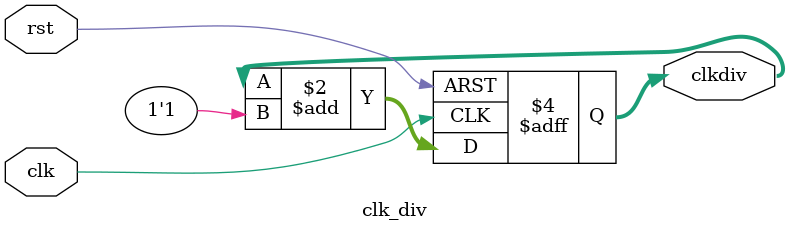
<source format=v>
`timescale 1ns / 1ps 
module clk_div(
           input clk,
           input rst ,
           output reg[ 31: 0 ] clkdiv
       );

initial
    clkdiv <= 0;
always @( posedge clk or posedge rst ) begin
    if ( rst ) begin
        clkdiv <= 0;
    end
    else begin
        clkdiv <= clkdiv + 1'b1;
    end
end

endmodule

</source>
